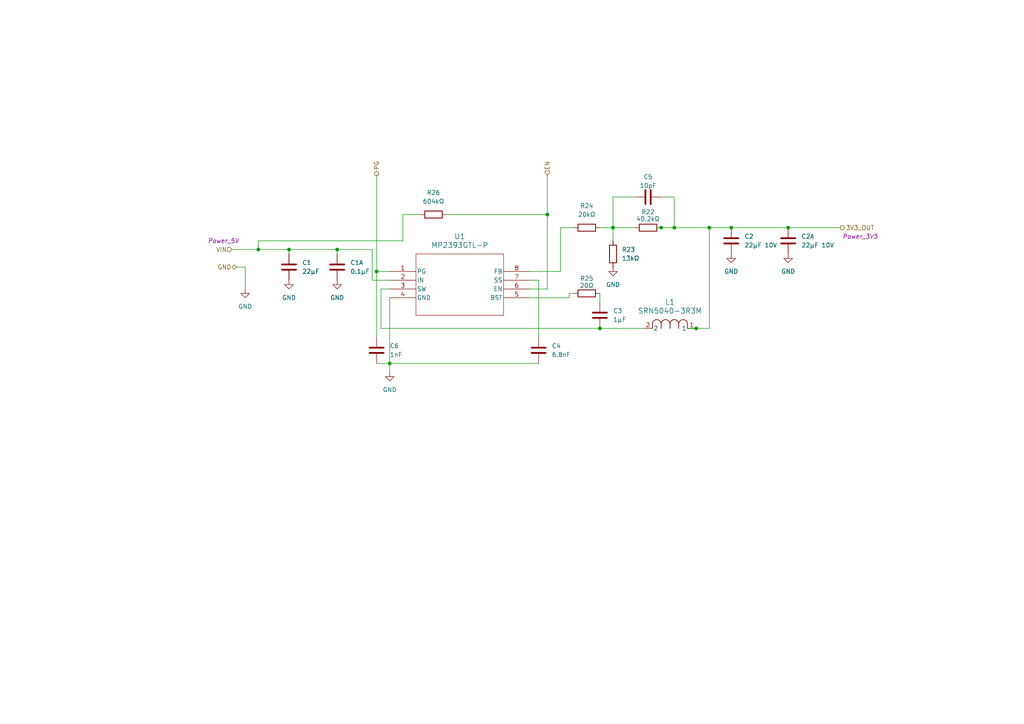
<source format=kicad_sch>
(kicad_sch (version 20250114) (generator "eeschema") (generator_version "9.0")
  (paper "A4")
  (lib_symbols
    (symbol "Device:C" (pin_numbers (hide yes)) (pin_names (offset 0.254))
      (property "Reference" "C" (at 0.635 2.54 0))
      (property "Value" "C" (at 0.635 -2.54 0))
      (symbol "C_0_1"
        (polyline (pts (xy -2.032 0.762) (xy 2.032 0.762)) (stroke (width 0.508)))
        (polyline (pts (xy -2.032 -0.762) (xy 2.032 -0.762)) (stroke (width 0.508)))
      )
      (symbol "C_1_1"
        (pin passive line (at 0 3.81 270) (length 2.794) (name "~") (number "1"))
        (pin passive line (at 0 -3.81 90) (length 2.794) (name "~") (number "2"))
      )
    )
    (symbol "Device:R" (pin_numbers (hide yes)) (pin_names (offset 0))
      (property "Reference" "R" (at 2.032 0 90))
      (property "Value" "R" (at 0 0 90))
      (symbol "R_0_1"
        (rectangle (start -1.016 -2.54) (end 1.016 2.54) (stroke (width 0.254)))
      )
      (symbol "R_1_1"
        (pin passive line (at 0 3.81 270) (length 1.27) (name "~") (number "1"))
        (pin passive line (at 0 -3.81 90) (length 1.27) (name "~") (number "2"))
      )
    )
    (symbol "motion-play-symbols:MP2393GTL-P" (pin_names (offset 0.254))
      (property "Reference" "U" (at 20.32 10.16 0))
      (property "Value" "MP2393GTL-P" (at 20.32 7.62 0))
      (symbol "MP2393GTL-P_0_1"
        (polyline (pts (xy 7.62 5.08) (xy 7.62 -12.7)) (stroke (width 0.127)))
        (polyline (pts (xy 7.62 -12.7) (xy 33.02 -12.7)) (stroke (width 0.127)))
        (polyline (pts (xy 33.02 5.08) (xy 7.62 5.08)) (stroke (width 0.127)))
        (polyline (pts (xy 33.02 -12.7) (xy 33.02 5.08)) (stroke (width 0.127)))
        (pin output line (at 0 0 0) (length 7.62) (name "PG") (number "1"))
        (pin power_in line (at 0 -2.54 0) (length 7.62) (name "IN") (number "2"))
        (pin output line (at 0 -5.08 0) (length 7.62) (name "SW") (number "3"))
        (pin power_in line (at 0 -7.62 0) (length 7.62) (name "GND") (number "4"))
        (pin unspecified line (at 40.64 0 180) (length 7.62) (name "FB") (number "8"))
        (pin unspecified line (at 40.64 -2.54 180) (length 7.62) (name "SS") (number "7"))
        (pin unspecified line (at 40.64 -5.08 180) (length 7.62) (name "EN") (number "6"))
        (pin power_in line (at 40.64 -7.62 180) (length 7.62) (name "BST") (number "5"))
      )
    )
    (symbol "motion-play-symbols:SRN5040-3R3M" (pin_names (offset 0.254))
      (property "Reference" "L" (at 6.985 5.08 0))
      (property "Value" "SRN5040-3R3M" (at 6.985 -2.54 0))
      (symbol "SRN5040-3R3M_1_1"
        (polyline (pts (xy 2.54 0) (xy 2.54 1.27)) (stroke (width 0.2032)))
        (arc (start 2.54 1.27) (mid 3.81 2.5344) (end 5.08 1.27) (stroke (width 0.2032)))
        (polyline (pts (xy 5.08 0) (xy 5.08 1.27)) (stroke (width 0.2032)))
        (arc (start 5.08 1.27) (mid 6.35 2.5344) (end 7.62 1.27) (stroke (width 0.2032)))
        (polyline (pts (xy 7.62 0) (xy 7.62 1.27)) (stroke (width 0.2032)))
        (arc (start 7.62 1.27) (mid 8.89 2.5344) (end 10.16 1.27) (stroke (width 0.2032)))
        (polyline (pts (xy 10.16 0) (xy 10.16 1.27)) (stroke (width 0.2032)))
        (arc (start 10.16 1.27) (mid 11.43 2.5344) (end 12.7 1.27) (stroke (width 0.2032)))
        (polyline (pts (xy 12.7 0) (xy 12.7 1.27)) (stroke (width 0.2032)))
        (pin unspecified line (at 0 0 0) (length 2.54) (name "2") (number "2"))
        (pin unspecified line (at 15.24 0 180) (length 2.54) (name "1") (number "1"))
      )
      (symbol "SRN5040-3R3M_1_2"
        (arc (start -1.27 10.16) (mid -2.5344 11.43) (end -1.27 12.7) (stroke (width 0.2032)))
        (arc (start -1.27 7.62) (mid -2.5344 8.89) (end -1.27 10.16) (stroke (width 0.2032)))
        (arc (start -1.27 5.08) (mid -2.5344 6.35) (end -1.27 7.62) (stroke (width 0.2032)))
        (arc (start -1.27 2.54) (mid -2.5344 3.81) (end -1.27 5.08) (stroke (width 0.2032)))
        (polyline (pts (xy 0 12.7) (xy -1.27 12.7)) (stroke (width 0.2032)))
        (polyline (pts (xy 0 10.16) (xy -1.27 10.16)) (stroke (width 0.2032)))
        (polyline (pts (xy 0 7.62) (xy -1.27 7.62)) (stroke (width 0.2032)))
        (polyline (pts (xy 0 5.08) (xy -1.27 5.08)) (stroke (width 0.2032)))
        (polyline (pts (xy 0 2.54) (xy -1.27 2.54)) (stroke (width 0.2032)))
        (pin unspecified line (at 0 15.24 270) (length 2.54) (name "1") (number "1"))
        (pin unspecified line (at 0 0 90) (length 2.54) (name "2") (number "2"))
      )
    )
    (symbol "power:GND" (power) (pin_numbers (hide yes)) (pin_names (offset 0) (hide yes))
      (property "Value" "GND" (at 0 -3.81 0))
      (symbol "GND_0_1"
        (polyline (pts (xy 0 0) (xy 0 -1.27) (xy 1.27 -1.27) (xy 0 -2.54) (xy -1.27 -1.27) (xy 0 -1.27)))
      )
      (symbol "GND_1_1"
        (pin power_in line (at 0 0 270) (length 0) (name "~") (number "1"))
      )
    )
  )
  (junction (at 109.22 78.74))
  (junction (at 228.6 66.04))
  (junction (at 191.77 66.04))
  (junction (at 74.93 72.39))
  (junction (at 113.03 105.41))
  (junction (at 212.09 66.04))
  (junction (at 83.82 72.39))
  (junction (at 177.8 66.04))
  (junction (at 205.74 66.04))
  (junction (at 195.58 66.04))
  (junction (at 97.79 72.39))
  (junction (at 158.75 62.23))
  (junction (at 201.93 95.25))
  (junction (at 173.99 95.25))
  (wire (pts (xy 158.75 62.23) (xy 158.75 50.8)))
  (wire (pts (xy 177.8 66.04) (xy 177.8 69.85)))
  (wire (pts (xy 212.09 66.04) (xy 228.6 66.04)))
  (wire (pts (xy 173.99 66.04) (xy 177.8 66.04)))
  (wire (pts (xy 195.58 66.04) (xy 195.58 57.15)))
  (wire (pts (xy 109.22 78.74) (xy 113.03 78.74)))
  (wire (pts (xy 153.67 81.28) (xy 156.21 81.28)))
  (wire (pts (xy 97.79 72.39) (xy 97.79 73.66)))
  (wire (pts (xy 153.67 83.82) (xy 158.75 83.82)))
  (wire (pts (xy 107.95 72.39) (xy 107.95 81.28)))
  (wire (pts (xy 68.58 77.47) (xy 71.12 77.47)))
  (wire (pts (xy 191.77 66.04) (xy 195.58 66.04)))
  (wire (pts (xy 110.49 95.25) (xy 173.99 95.25)))
  (wire (pts (xy 116.84 62.23) (xy 121.92 62.23)))
  (wire (pts (xy 165.1 85.09) (xy 166.37 85.09)))
  (wire (pts (xy 153.67 78.74) (xy 162.56 78.74)))
  (wire (pts (xy 116.84 62.23) (xy 116.84 69.85)))
  (wire (pts (xy 177.8 57.15) (xy 184.15 57.15)))
  (wire (pts (xy 83.82 72.39) (xy 97.79 72.39)))
  (wire (pts (xy 113.03 105.41) (xy 156.21 105.41)))
  (wire (pts (xy 165.1 86.36) (xy 153.67 86.36)))
  (wire (pts (xy 195.58 57.15) (xy 191.77 57.15)))
  (wire (pts (xy 195.58 66.04) (xy 205.74 66.04)))
  (wire (pts (xy 113.03 83.82) (xy 110.49 83.82)))
  (wire (pts (xy 67.31 72.39) (xy 74.93 72.39)))
  (wire (pts (xy 97.79 72.39) (xy 107.95 72.39)))
  (wire (pts (xy 109.22 78.74) (xy 109.22 97.79)))
  (wire (pts (xy 190.5 66.04) (xy 191.77 66.04)))
  (wire (pts (xy 129.54 62.23) (xy 158.75 62.23)))
  (wire (pts (xy 177.8 66.04) (xy 184.15 66.04)))
  (wire (pts (xy 205.74 66.04) (xy 212.09 66.04)))
  (wire (pts (xy 74.93 69.85) (xy 74.93 72.39)))
  (wire (pts (xy 113.03 107.95) (xy 113.03 105.41)))
  (wire (pts (xy 228.6 66.04) (xy 243.84 66.04)))
  (wire (pts (xy 156.21 81.28) (xy 156.21 97.79)))
  (wire (pts (xy 83.82 72.39) (xy 83.82 73.66)))
  (wire (pts (xy 74.93 72.39) (xy 83.82 72.39)))
  (wire (pts (xy 177.8 66.04) (xy 177.8 57.15)))
  (wire (pts (xy 162.56 66.04) (xy 166.37 66.04)))
  (wire (pts (xy 109.22 105.41) (xy 113.03 105.41)))
  (wire (pts (xy 173.99 95.25) (xy 186.69 95.25)))
  (wire (pts (xy 116.84 69.85) (xy 74.93 69.85)))
  (wire (pts (xy 110.49 83.82) (xy 110.49 95.25)))
  (wire (pts (xy 201.93 95.25) (xy 205.74 95.25)))
  (wire (pts (xy 113.03 86.36) (xy 113.03 105.41)))
  (wire (pts (xy 109.22 50.8) (xy 109.22 78.74)))
  (wire (pts (xy 107.95 81.28) (xy 113.03 81.28)))
  (wire (pts (xy 205.74 95.25) (xy 205.74 66.04)))
  (wire (pts (xy 158.75 83.82) (xy 158.75 62.23)))
  (wire (pts (xy 162.56 78.74) (xy 162.56 66.04)))
  (wire (pts (xy 71.12 77.47) (xy 71.12 83.82)))
  (wire (pts (xy 199.39 95.25) (xy 201.93 95.25)))
  (wire (pts (xy 173.99 87.63) (xy 173.99 85.09)))
  (wire (pts (xy 165.1 85.09) (xy 165.1 86.36)))
  (hierarchical_label "PG" (shape output) (at 109.22 50.8 90))
  (hierarchical_label "EN" (shape input) (at 158.75 50.8 90))
  (hierarchical_label "VIN" (shape input) (at 67.31 72.39 180) (property "Netclass" "Power_5V" (at 69.342 69.85 0) (effects (font (italic yes)) (justify right))))
  (hierarchical_label "GND" (shape bidirectional) (at 68.58 77.47 180))
  (hierarchical_label "3V3_OUT" (shape output) (at 243.84 66.04 0) (property "Netclass" "Power_3V3" (at 244.348 68.58 0) (effects (font (italic yes)) (justify left))))
  (symbol (lib_id "Device:C") (at 83.82 77.47 0) (unit 1)
    (property "Reference" "C1" (at 87.63 76.1999 0) (effects (justify left)))
    (property "Value" "22µF" (at 87.63 78.7399 0) (effects (justify left)))
    (property "Footprint" "Capacitor_SMD:C_0805_2012Metric" (effects (hide yes)))
    (property "Description" "Unpolarized capacitor" (effects (hide yes)))
    (property "LCSC Part No" "C45783" (effects (hide yes)))
  )
  (symbol (lib_id "power:GND") (at 83.82 81.28 0) (unit 1)
    (property "Reference" "#PWR03" (effects (hide yes)))
    (property "Value" "GND" (at 83.82 86.36 0))
    (property "Description" "Power symbol creates a global label with name \"GND\" , ground" (effects (hide yes)))
  )
  (symbol (lib_id "motion-play-symbols:MP2393GTL-P") (at 113.03 78.74 0) (unit 1)
    (property "Reference" "U1" (at 133.35 68.58 0) (effects (font (size 1.524 1.524))))
    (property "Value" "MP2393GTL-P" (at 133.35 71.12 0) (effects (font (size 1.524 1.524))))
    (property "Footprint" "SOT583_MP2393" (effects (hide yes)))
    (property "Datasheet" "https://www.monolithicpower.com/en/documentview/productdocument/index/version/2/document_type/Datasheet/lang/en/sku/MP2393GTL-Z" (effects (hide yes)))
  )
  (symbol (lib_id "power:GND") (at 113.03 107.95 0) (unit 1)
    (property "Reference" "#PWR01" (effects (hide yes)))
    (property "Value" "GND" (at 113.03 113.03 0))
    (property "Description" "Power symbol creates a global label with name \"GND\" , ground" (effects (hide yes)))
  )
  (symbol (lib_id "power:GND") (at 71.12 83.82 0) (unit 1)
    (property "Reference" "#PWR02" (effects (hide yes)))
    (property "Value" "GND" (at 71.12 88.9 0))
    (property "Description" "Power symbol creates a global label with name \"GND\" , ground" (effects (hide yes)))
  )
  (symbol (lib_id "Device:R") (at 177.8 73.66 0) (unit 1)
    (property "Reference" "R23" (at 180.34 72.3899 0) (effects (justify left)))
    (property "Value" "13kΩ" (at 180.34 74.9299 0) (effects (justify left)))
    (property "Footprint" "Resistor_SMD:R_0603_1608Metric" (effects (hide yes)))
    (property "Description" "Resistor" (effects (hide yes)))
    (property "LCSC Part No" "C23073" (effects (hide yes)))
  )
  (symbol (lib_id "power:GND") (at 97.79 81.28 0) (unit 1)
    (property "Reference" "#PWR04" (effects (hide yes)))
    (property "Value" "GND" (at 97.79 86.36 0))
    (property "Description" "Power symbol creates a global label with name \"GND\" , ground" (effects (hide yes)))
  )
  (symbol (lib_id "Device:R") (at 125.73 62.23 90) (unit 1)
    (property "Reference" "R26" (at 125.73 55.88 90))
    (property "Value" "604kΩ" (at 125.73 58.42 90))
    (property "Footprint" "Resistor_SMD:R_0603_1608Metric" (effects (hide yes)))
    (property "Description" "Resistor" (effects (hide yes)))
    (property "LCSC Part No" "C23207" (effects (hide yes)))
  )
  (symbol (lib_id "power:GND") (at 177.8 77.47 0) (unit 1)
    (property "Reference" "#PWR05" (effects (hide yes)))
    (property "Value" "GND" (at 177.8 82.55 0))
    (property "Description" "Power symbol creates a global label with name \"GND\" , ground" (effects (hide yes)))
  )
  (symbol (lib_id "Device:C") (at 156.21 101.6 0) (unit 1)
    (property "Reference" "C4" (at 160.02 100.3299 0) (effects (justify left)))
    (property "Value" "6.8nF" (at 160.02 102.8699 0) (effects (justify left)))
    (property "Footprint" "Capacitor_SMD:C_0603_1608Metric" (effects (hide yes)))
    (property "Description" "Unpolarized capacitor" (effects (hide yes)))
    (property "LCSC Part No" "C1631" (effects (hide yes)))
  )
  (symbol (lib_id "Device:C") (at 173.99 91.44 0) (unit 1)
    (property "Reference" "C3" (at 177.8 90.1699 0) (effects (justify left)))
    (property "Value" "1µF" (at 177.8 92.7099 0) (effects (justify left)))
    (property "Footprint" "Capacitor_SMD:C_0603_1608Metric" (effects (hide yes)))
    (property "Description" "Unpolarized capacitor" (effects (hide yes)))
    (property "LCSC Part No" "C15849" (effects (hide yes)))
  )
  (symbol (lib_id "Device:C") (at 228.6 69.85 180) (unit 1)
    (property "Reference" "C2A" (at 232.41 68.5799 0) (effects (justify right)))
    (property "Value" "22µF 10V" (at 232.41 71.1199 0) (effects (justify right)))
    (property "Footprint" "Capacitor_SMD:C_0805_2012Metric" (effects (hide yes)))
    (property "Description" "Unpolarized capacitor" (effects (hide yes)))
    (property "LCSC Part No" "C159204" (effects (hide yes)))
  )
  (symbol (lib_id "Device:C") (at 97.79 77.47 0) (unit 1)
    (property "Reference" "C1A" (at 101.6 76.1999 0) (effects (justify left)))
    (property "Value" "0.1µF" (at 101.6 78.7399 0) (effects (justify left)))
    (property "Footprint" "Capacitor_SMD:C_0603_1608Metric" (effects (hide yes)))
    (property "Description" "Unpolarized capacitor" (effects (hide yes)))
    (property "LCSC Part No" "C14663" (effects (hide yes)))
  )
  (symbol (lib_id "Device:C") (at 109.22 101.6 0) (unit 1)
    (property "Reference" "C6" (at 113.03 100.3299 0) (effects (justify left)))
    (property "Value" "1nF" (at 113.03 102.8699 0) (effects (justify left)))
    (property "Footprint" "Capacitor_SMD:C_0603_1608Metric" (effects (hide yes)))
    (property "Description" "Unpolarized capacitor" (effects (hide yes)))
    (property "LCSC Part No" "C1588" (effects (hide yes)))
  )
  (symbol (lib_id "Device:R") (at 187.96 66.04 90) (unit 1)
    (property "Reference" "R22" (at 187.96 61.468 90))
    (property "Value" "40.2kΩ" (at 187.96 63.5 90))
    (property "Footprint" "Resistor_SMD:R_0603_1608Metric" (effects (hide yes)))
    (property "Description" "Resistor" (effects (hide yes)))
    (property "LCSC Part No" "C23046" (effects (hide yes)))
  )
  (symbol (lib_id "power:GND") (at 212.09 73.66 0) (unit 1)
    (property "Reference" "#PWR06" (effects (hide yes)))
    (property "Value" "GND" (at 212.09 78.74 0))
    (property "Description" "Power symbol creates a global label with name \"GND\" , ground" (effects (hide yes)))
  )
  (symbol (lib_id "motion-play-symbols:SRN5040-3R3M") (at 186.69 95.25 0) (unit 1)
    (property "Reference" "L1" (at 194.31 87.63 0) (effects (font (size 1.524 1.524))))
    (property "Value" "SRN5040-3R3M" (at 194.31 90.17 0) (effects (font (size 1.524 1.524))))
    (property "Footprint" "IND_SRN5040_BRN" (effects (hide yes)))
    (property "Datasheet" "SRN5040-3R3M" (effects (hide yes)))
  )
  (symbol (lib_id "power:GND") (at 228.6 73.66 0) (unit 1)
    (property "Reference" "#PWR07" (effects (hide yes)))
    (property "Value" "GND" (at 228.6 78.74 0))
    (property "Description" "Power symbol creates a global label with name \"GND\" , ground" (effects (hide yes)))
  )
  (symbol (lib_id "Device:C") (at 187.96 57.15 90) (unit 1)
    (property "Reference" "C5" (at 187.96 51.308 90))
    (property "Value" "10pF" (at 187.96 53.848 90))
    (property "Footprint" "Capacitor_SMD:C_0603_1608Metric" (effects (hide yes)))
    (property "Description" "Unpolarized capacitor" (effects (hide yes)))
    (property "LCSC Part No" "C32949" (effects (hide yes)))
  )
  (symbol (lib_id "Device:C") (at 212.09 69.85 0) (unit 1)
    (property "Reference" "C2" (at 215.9 68.5799 0) (effects (justify left)))
    (property "Value" "22µF 10V" (at 215.9 71.1199 0) (effects (justify left)))
    (property "Footprint" "Capacitor_SMD:C_0805_2012Metric" (effects (hide yes)))
    (property "Description" "Unpolarized capacitor" (effects (hide yes)))
    (property "LCSC Part No" "C159204" (effects (hide yes)))
  )
  (symbol (lib_id "Device:R") (at 170.18 66.04 90) (unit 1)
    (property "Reference" "R24" (at 170.18 59.69 90))
    (property "Value" "20kΩ" (at 170.18 62.23 90))
    (property "Footprint" "Resistor_SMD:R_0603_1608Metric" (effects (hide yes)))
    (property "Description" "Resistor" (effects (hide yes)))
    (property "LCSC Part No" "C4184" (effects (hide yes)))
  )
  (symbol (lib_id "Device:R") (at 170.18 85.09 90) (unit 1)
    (property "Reference" "R25" (at 170.18 80.772 90))
    (property "Value" "20Ω" (at 170.18 82.804 90))
    (property "Footprint" "Resistor_SMD:R_0603_1608Metric" (effects (hide yes)))
    (property "Description" "Resistor" (effects (hide yes)))
    (property "LCSC Part No" "C4189" (effects (hide yes)))
  )
)
</source>
